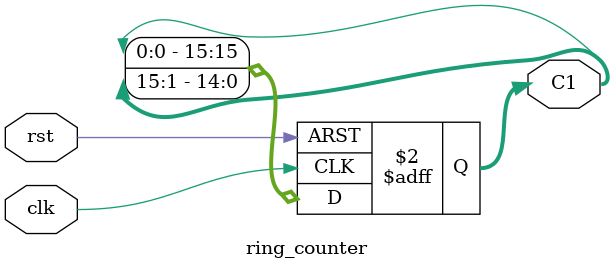
<source format=v>
`timescale 1ns/1ps
module ring_counter (
    input clk,
    input rst,
    output reg [15:0] C1
);
    always @(posedge(clk) or posedge(rst)) begin
        if(rst) begin
            C1 <= 16'd1;
        end
        else begin
            C1 <= {C1[0],C1[15:1]};
        end
    end
endmodule
</source>
